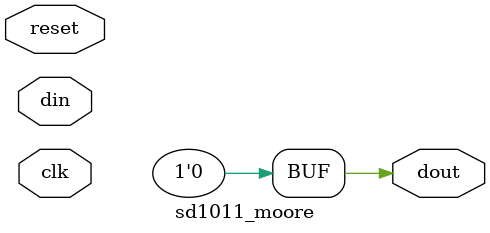
<source format=v>
module sd1011_moore(
    input clk,
    input reset,
    input din,
    output reg dout,
);

  parameter [2:0]
  s0=3'b000,
  s1=3'b001,
  s2=3'b010,
  s3=3'b011,
  s4=3'b100;
  
  reg [1:0] state,next;
  
  always@(posedge clk or posedge reset)
    begin
      if(reset)
        state<=s0;
      else
        state<=next;
    end
  
  always@(*)begin
    next=state;
    case(state)
      s0: next = din? s1 : s0;
      s1: next = din? s1 : s2;
      s2: next = din? s1 : s3;
      s3: next = din? s4 : s0;
      s4: next = din? s0 : s0;
      default: next = s0;
    endcase
  end
  
  always @(*)begin
    dout=(state==s4) ;
  end
endmodule
      
      
  

</source>
